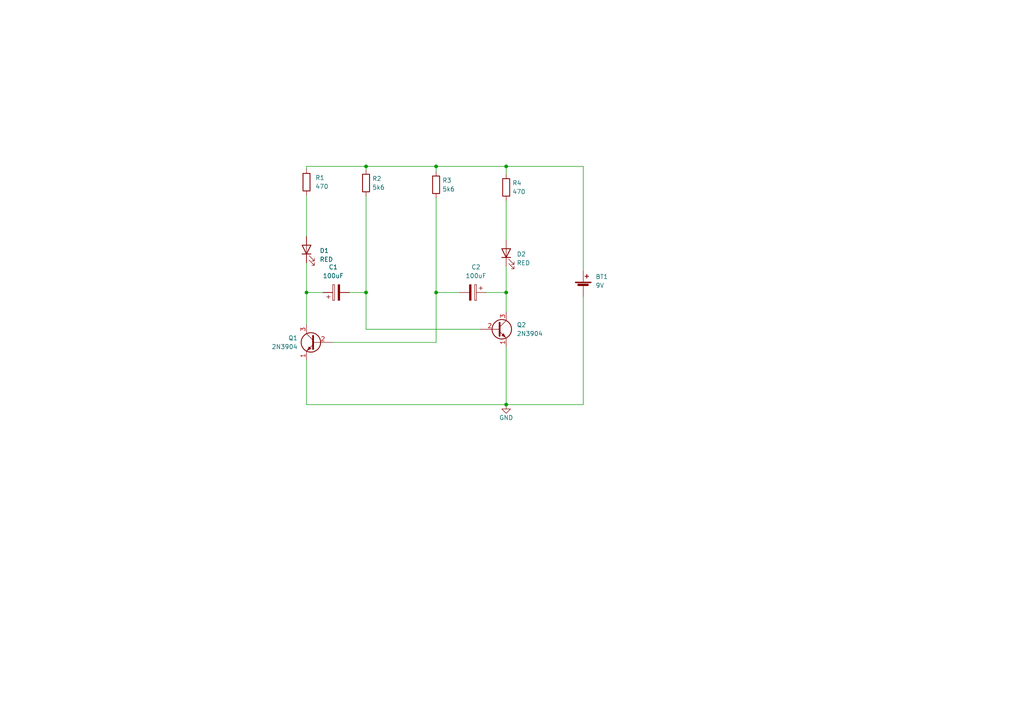
<source format=kicad_sch>
(kicad_sch (version 20211123) (generator eeschema)
  (paper "A4")
  (lib_symbols
    (symbol "Device:Battery_Cell" (pin_numbers hide) (pin_names (offset 0) hide)
      (property "Reference" "BT" (at 2.54 2.54 0))
      (property "Value" "Battery_Cell" (at 2.54 0 0))
      (symbol "Battery_Cell_0_1"
        (rectangle (start -2.286 1.778) (end 2.286 1.524) (fill (type outline)))
        (rectangle (start -1.5748 1.1938) (end 1.4732 0.6858) (fill (type outline)))
        (polyline (pts (xy 0 0.762) (xy 0 0)))
        (polyline (pts (xy 0 1.778) (xy 0 2.54)))
        (polyline (pts (xy 0.508 3.429) (xy 1.524 3.429)) (stroke (width 0.254)))
        (polyline (pts (xy 1.016 3.937) (xy 1.016 2.921)) (stroke (width 0.254)))
      )
      (symbol "Battery_Cell_1_1"
        (pin passive line (at 0 5.08 270) (length 2.54) (name "+") (number "1"))
        (pin passive line (at 0 -2.54 90) (length 2.54) (name "-") (number "2"))
      )
    )
    (symbol "Device:C_Polarized" (pin_numbers hide) (pin_names (offset 0.254))
      (property "Reference" "C" (at 0.635 2.54 0))
      (property "Value" "C_Polarized" (at 0.635 -2.54 0))
      (symbol "C_Polarized_0_1"
        (rectangle (start -2.286 0.508) (end 2.286 1.016))
        (polyline (pts (xy -1.778 2.286) (xy -0.762 2.286)))
        (polyline (pts (xy -1.27 2.794) (xy -1.27 1.778)))
        (rectangle (start 2.286 -0.508) (end -2.286 -1.016) (fill (type outline)))
      )
      (symbol "C_Polarized_1_1"
        (pin passive line (at 0 3.81 270) (length 2.794) (name "~") (number "1"))
        (pin passive line (at 0 -3.81 90) (length 2.794) (name "~") (number "2"))
      )
    )
    (symbol "Device:LED" (pin_numbers hide) (pin_names (offset 1.016) hide)
      (property "Reference" "D" (at 0 2.54 0))
      (property "Value" "LED" (at 0 -2.54 0))
      (symbol "LED_0_1"
        (polyline (pts (xy -1.27 -1.27) (xy -1.27 1.27)) (stroke (width 0.254)))
        (polyline (pts (xy -1.27 0) (xy 1.27 0)))
        (polyline (pts (xy 1.27 -1.27) (xy 1.27 1.27) (xy -1.27 0) (xy 1.27 -1.27)) (stroke (width 0.254)))
        (polyline (pts (xy -3.048 -0.762) (xy -4.572 -2.286) (xy -3.81 -2.286) (xy -4.572 -2.286) (xy -4.572 -1.524)))
        (polyline (pts (xy -1.778 -0.762) (xy -3.302 -2.286) (xy -2.54 -2.286) (xy -3.302 -2.286) (xy -3.302 -1.524)))
      )
      (symbol "LED_1_1"
        (pin passive line (at -3.81 0 0) (length 2.54) (name "K") (number "1"))
        (pin passive line (at 3.81 0 180) (length 2.54) (name "A") (number "2"))
      )
    )
    (symbol "Device:R" (pin_numbers hide) (pin_names (offset 0))
      (property "Reference" "R" (at 2.032 0 90))
      (property "Value" "R" (at 0 0 90))
      (symbol "R_0_1"
        (rectangle (start -1.016 -2.54) (end 1.016 2.54) (stroke (width 0.254)))
      )
      (symbol "R_1_1"
        (pin passive line (at 0 3.81 270) (length 1.27) (name "~") (number "1"))
        (pin passive line (at 0 -3.81 90) (length 1.27) (name "~") (number "2"))
      )
    )
    (symbol "Transistor_BJT:2N3904" (pin_names (offset 0) hide)
      (property "Reference" "Q" (at 5.08 1.905 0))
      (property "Value" "2N3904" (at 5.08 0 0))
      (symbol "2N3904_0_1"
        (polyline (pts (xy 0.635 0.635) (xy 2.54 2.54)))
        (polyline (pts (xy 0.635 -0.635) (xy 2.54 -2.54) (xy 2.54 -2.54)))
        (polyline (pts (xy 0.635 1.905) (xy 0.635 -1.905) (xy 0.635 -1.905)) (stroke (width 0.508)))
        (polyline (pts (xy 1.27 -1.778) (xy 1.778 -1.27) (xy 2.286 -2.286) (xy 1.27 -1.778) (xy 1.27 -1.778)) (fill (type outline)))
        (circle (center 1.27 0) (radius 2.8194) (stroke (width 0.254)))
      )
      (symbol "2N3904_1_1"
        (pin passive line (at 2.54 -5.08 90) (length 2.54) (name "E") (number "1"))
        (pin passive line (at -5.08 0 0) (length 5.715) (name "B") (number "2"))
        (pin passive line (at 2.54 5.08 270) (length 2.54) (name "C") (number "3"))
      )
    )
    (symbol "power:GND" (power) (pin_names (offset 0))
      (property "Value" "GND" (at 0 -3.81 0))
      (symbol "GND_0_1"
        (polyline (pts (xy 0 0) (xy 0 -1.27) (xy 1.27 -1.27) (xy 0 -2.54) (xy -1.27 -1.27) (xy 0 -1.27)))
      )
      (symbol "GND_1_1"
        (pin power_in line (at 0 0 270) (length 0) hide (name "GND") (number "1"))
      )
    )
  )
  (junction (at 126.492 84.836))
  (junction (at 146.812 48.26))
  (junction (at 106.172 48.26))
  (junction (at 146.812 117.348))
  (junction (at 106.172 84.836))
  (junction (at 88.9 84.836))
  (junction (at 126.492 48.26))
  (junction (at 146.812 84.836))
  (wire (pts (xy 126.492 49.784) (xy 126.492 48.26)))
  (wire (pts (xy 88.9 84.836) (xy 88.9 94.234)))
  (wire (pts (xy 146.812 48.26) (xy 146.812 50.546)))
  (wire (pts (xy 106.172 95.504) (xy 106.172 84.836)))
  (wire (pts (xy 169.164 86.106) (xy 169.164 117.348)))
  (wire (pts (xy 106.172 56.896) (xy 106.172 84.836)))
  (wire (pts (xy 126.492 84.836) (xy 133.35 84.836)))
  (wire (pts (xy 106.172 48.26) (xy 126.492 48.26)))
  (wire (pts (xy 139.192 95.504) (xy 106.172 95.504)))
  (wire (pts (xy 88.9 48.26) (xy 106.172 48.26)))
  (wire (pts (xy 88.9 49.022) (xy 88.9 48.26)))
  (wire (pts (xy 101.346 84.836) (xy 106.172 84.836)))
  (wire (pts (xy 146.812 100.584) (xy 146.812 117.348)))
  (wire (pts (xy 146.812 117.348) (xy 88.9 117.348)))
  (wire (pts (xy 169.164 48.26) (xy 146.812 48.26)))
  (wire (pts (xy 146.812 84.836) (xy 140.97 84.836)))
  (wire (pts (xy 146.812 77.216) (xy 146.812 84.836)))
  (wire (pts (xy 126.492 57.404) (xy 126.492 84.836)))
  (wire (pts (xy 96.52 99.314) (xy 126.492 99.314)))
  (wire (pts (xy 126.492 99.314) (xy 126.492 84.836)))
  (wire (pts (xy 106.172 48.26) (xy 106.172 49.276)))
  (wire (pts (xy 169.164 117.348) (xy 146.812 117.348)))
  (wire (pts (xy 146.812 58.166) (xy 146.812 69.596)))
  (wire (pts (xy 88.9 117.348) (xy 88.9 104.394)))
  (wire (pts (xy 88.9 84.836) (xy 93.726 84.836)))
  (wire (pts (xy 169.164 78.486) (xy 169.164 48.26)))
  (wire (pts (xy 146.812 84.836) (xy 146.812 90.424)))
  (wire (pts (xy 126.492 48.26) (xy 146.812 48.26)))
  (wire (pts (xy 88.9 76.2) (xy 88.9 84.836)))
  (wire (pts (xy 88.9 56.642) (xy 88.9 68.58)))
  (symbol (lib_id "Device:R") (at 106.172 53.086 0) (unit 1)
    (property "Reference" "R2" (at 107.95 51.8159 0) (effects (justify left)))
    (property "Value" "5k6" (at 107.95 54.3559 0) (effects (justify left)))
    (property "Footprint" "Resistor_SMD:R_1206_3216Metric_Pad1.30x1.75mm_HandSolder" (effects hide))
  )
  (symbol (lib_id "Transistor_BJT:2N3904") (at 144.272 95.504 0) (unit 1)
    (property "Reference" "Q2" (at 149.86 94.2339 0) (effects (justify left)))
    (property "Value" "2N3904" (at 149.86 96.7739 0) (effects (justify left)))
    (property "Footprint" "Package_TO_SOT_THT:TO-92_Inline" (effects hide))
    (property "Datasheet" "https://www.onsemi.com/pub/Collateral/2N3903-D.PDF" (effects hide))
  )
  (symbol (lib_id "Device:Battery_Cell") (at 169.164 83.566 0) (unit 1)
    (property "Reference" "BT1" (at 172.72 80.2639 0) (effects (justify left)))
    (property "Value" "9V" (at 172.72 82.8039 0) (effects (justify left)))
    (property "Footprint" "Connector_Molex:Molex_Mini-Fit_Jr_5566-02A_2x01_P4.20mm_Vertical" (effects hide))
  )
  (symbol (lib_id "Device:C_Polarized") (at 137.16 84.836 270) (unit 1)
    (property "Reference" "C2" (at 138.049 77.47 90))
    (property "Value" "100uF" (at 138.049 80.01 90))
    (property "Footprint" "293D107X9010D2TE3:CAPPM7343X310N" (effects hide))
  )
  (symbol (lib_id "Device:R") (at 126.492 53.594 0) (unit 1)
    (property "Reference" "R3" (at 128.27 52.3239 0) (effects (justify left)))
    (property "Value" "5k6" (at 128.27 54.8639 0) (effects (justify left)))
    (property "Footprint" "Resistor_SMD:R_1206_3216Metric_Pad1.30x1.75mm_HandSolder" (effects hide))
  )
  (symbol (lib_id "power:GND") (at 146.812 117.348 0) (unit 1)
    (property "Reference" "#PWR0101" (effects hide))
    (property "Value" "GND" (at 146.812 121.158 0))
  )
  (symbol (lib_id "Device:C_Polarized") (at 97.536 84.836 90) (unit 1)
    (property "Reference" "C1" (at 96.647 77.47 90))
    (property "Value" "100uF" (at 96.647 80.01 90))
    (property "Footprint" "293D107X9010D2TE3:CAPPM7343X310N" (effects hide))
  )
  (symbol (lib_id "Device:LED") (at 88.9 72.39 90) (unit 1)
    (property "Reference" "D1" (at 92.71 72.7074 90) (effects (justify right)))
    (property "Value" "RED" (at 92.71 75.2474 90) (effects (justify right)))
    (property "Footprint" "LED_SMD:LED_PLCC_2835_Handsoldering" (effects hide))
  )
  (symbol (lib_id "Device:R") (at 146.812 54.356 0) (unit 1)
    (property "Reference" "R4" (at 148.59 53.0859 0) (effects (justify left)))
    (property "Value" "470" (at 148.59 55.6259 0) (effects (justify left)))
    (property "Footprint" "Resistor_SMD:R_1206_3216Metric_Pad1.30x1.75mm_HandSolder" (effects hide))
  )
  (symbol (lib_id "Transistor_BJT:2N3904") (at 91.44 99.314 0) (mirror y) (unit 1)
    (property "Reference" "Q1" (at 86.36 98.0439 0) (effects (justify left)))
    (property "Value" "2N3904" (at 86.36 100.5839 0) (effects (justify left)))
    (property "Footprint" "Package_TO_SOT_THT:TO-92_Inline" (effects hide))
    (property "Datasheet" "https://www.onsemi.com/pub/Collateral/2N3903-D.PDF" (effects hide))
  )
  (symbol (lib_id "Device:R") (at 88.9 52.832 0) (unit 1)
    (property "Reference" "R1" (at 91.44 51.5619 0) (effects (justify left)))
    (property "Value" "470" (at 91.44 54.1019 0) (effects (justify left)))
    (property "Footprint" "Resistor_SMD:R_1206_3216Metric_Pad1.30x1.75mm_HandSolder" (effects hide))
  )
  (symbol (lib_id "Device:LED") (at 146.812 73.406 90) (unit 1)
    (property "Reference" "D2" (at 149.86 73.7234 90) (effects (justify right)))
    (property "Value" "RED" (at 149.86 76.2634 90) (effects (justify right)))
    (property "Footprint" "LED_SMD:LED_PLCC_2835_Handsoldering" (effects hide))
  )
)
</source>
